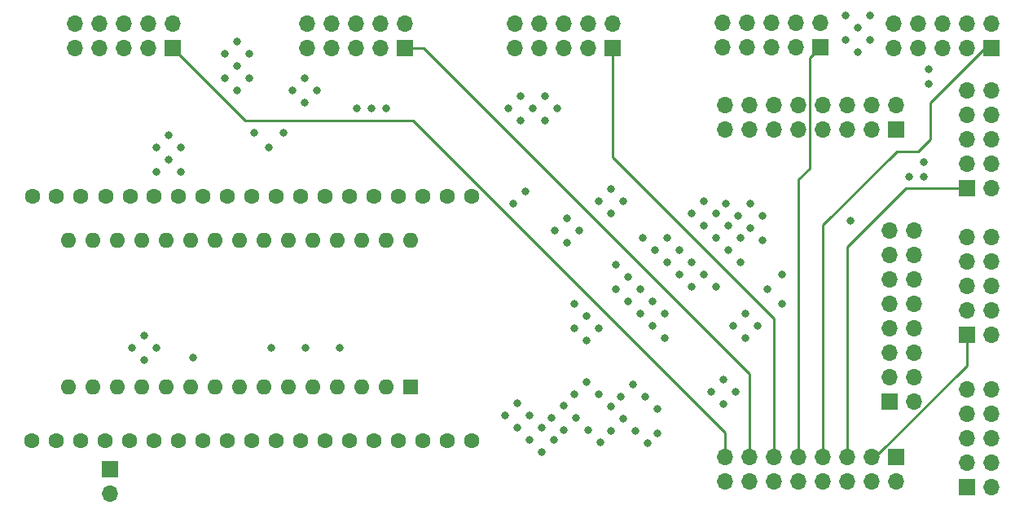
<source format=gbr>
%TF.GenerationSoftware,KiCad,Pcbnew,(6.0.5-0)*%
%TF.CreationDate,2022-06-29T18:32:03+01:00*%
%TF.ProjectId,revised_minh_design,72657669-7365-4645-9f6d-696e685f6465,rev?*%
%TF.SameCoordinates,Original*%
%TF.FileFunction,Copper,L4,Bot*%
%TF.FilePolarity,Positive*%
%FSLAX46Y46*%
G04 Gerber Fmt 4.6, Leading zero omitted, Abs format (unit mm)*
G04 Created by KiCad (PCBNEW (6.0.5-0)) date 2022-06-29 18:32:03*
%MOMM*%
%LPD*%
G01*
G04 APERTURE LIST*
%TA.AperFunction,ComponentPad*%
%ADD10R,1.700000X1.700000*%
%TD*%
%TA.AperFunction,ComponentPad*%
%ADD11O,1.700000X1.700000*%
%TD*%
%TA.AperFunction,ComponentPad*%
%ADD12C,1.600000*%
%TD*%
%TA.AperFunction,ComponentPad*%
%ADD13R,1.600000X1.600000*%
%TD*%
%TA.AperFunction,ComponentPad*%
%ADD14O,1.600000X1.600000*%
%TD*%
%TA.AperFunction,ViaPad*%
%ADD15C,0.800000*%
%TD*%
%TA.AperFunction,Conductor*%
%ADD16C,0.250000*%
%TD*%
G04 APERTURE END LIST*
D10*
%TO.P,J5,1,Pin_1*%
%TO.N,RX*%
X60198000Y-78105000D03*
D11*
%TO.P,J5,2,Pin_2*%
%TO.N,TX*%
X60198000Y-80645000D03*
%TD*%
D10*
%TO.P,J9,1,Pin_1*%
%TO.N,VoutF*%
X149225000Y-48895000D03*
D11*
%TO.P,J9,2,Pin_2*%
%TO.N,Earth*%
X151765000Y-48895000D03*
%TO.P,J9,3,Pin_3*%
%TO.N,unconnected-(J9-Pad3)*%
X149225000Y-46355000D03*
%TO.P,J9,4,Pin_4*%
%TO.N,Earth*%
X151765000Y-46355000D03*
%TO.P,J9,5,Pin_5*%
%TO.N,ADC2_5*%
X149225000Y-43815000D03*
%TO.P,J9,6,Pin_6*%
%TO.N,Earth*%
X151765000Y-43815000D03*
%TO.P,J9,7,Pin_7*%
%TO.N,ADC2_6*%
X149225000Y-41275000D03*
%TO.P,J9,8,Pin_8*%
%TO.N,Earth*%
X151765000Y-41275000D03*
%TO.P,J9,9,Pin_9*%
%TO.N,ENA6*%
X149225000Y-38735000D03*
%TO.P,J9,10,Pin_10*%
%TO.N,Earth*%
X151765000Y-38735000D03*
%TD*%
D10*
%TO.P,J3,1,Pin_1*%
%TO.N,ADC2_1*%
X141204000Y-71105000D03*
D11*
%TO.P,J3,2,Pin_2*%
%TO.N,Earth*%
X143744000Y-71105000D03*
%TO.P,J3,3,Pin_3*%
%TO.N,ADC2_2*%
X141204000Y-68565000D03*
%TO.P,J3,4,Pin_4*%
%TO.N,Earth*%
X143744000Y-68565000D03*
%TO.P,J3,5,Pin_5*%
%TO.N,ADC2_3*%
X141204000Y-66025000D03*
%TO.P,J3,6,Pin_6*%
%TO.N,Earth*%
X143744000Y-66025000D03*
%TO.P,J3,7,Pin_7*%
%TO.N,ADC2_4*%
X141204000Y-63485000D03*
%TO.P,J3,8,Pin_8*%
%TO.N,Earth*%
X143744000Y-63485000D03*
%TO.P,J3,9,Pin_9*%
%TO.N,ADC2_5*%
X141204000Y-60945000D03*
%TO.P,J3,10,Pin_10*%
%TO.N,Earth*%
X143744000Y-60945000D03*
%TO.P,J3,11,Pin_11*%
%TO.N,ADC2_6*%
X141204000Y-58405000D03*
%TO.P,J3,12,Pin_12*%
%TO.N,Earth*%
X143744000Y-58405000D03*
%TO.P,J3,13,Pin_13*%
%TO.N,ADC2_7*%
X141204000Y-55865000D03*
%TO.P,J3,14,Pin_14*%
%TO.N,Earth*%
X143744000Y-55865000D03*
%TO.P,J3,15,Pin_15*%
%TO.N,ADC2_8*%
X141204000Y-53325000D03*
%TO.P,J3,16,Pin_16*%
%TO.N,Earth*%
X143744000Y-53325000D03*
%TD*%
D10*
%TO.P,J10,1,Pin_1*%
%TO.N,VoutA*%
X66645000Y-34310000D03*
D11*
%TO.P,J10,2,Pin_2*%
%TO.N,Earth*%
X66645000Y-31770000D03*
%TO.P,J10,3,Pin_3*%
%TO.N,unconnected-(J10-Pad3)*%
X64105000Y-34310000D03*
%TO.P,J10,4,Pin_4*%
%TO.N,Earth*%
X64105000Y-31770000D03*
%TO.P,J10,5,Pin_5*%
%TO.N,ADC1_5*%
X61565000Y-34310000D03*
%TO.P,J10,6,Pin_6*%
%TO.N,Earth*%
X61565000Y-31770000D03*
%TO.P,J10,7,Pin_7*%
%TO.N,ADC1_6*%
X59025000Y-34310000D03*
%TO.P,J10,8,Pin_8*%
%TO.N,Earth*%
X59025000Y-31770000D03*
%TO.P,J10,9,Pin_9*%
%TO.N,ENA1*%
X56485000Y-34310000D03*
%TO.P,J10,10,Pin_10*%
%TO.N,Earth*%
X56485000Y-31770000D03*
%TD*%
D10*
%TO.P,J6,1,Pin_1*%
%TO.N,VoutD*%
X149205000Y-64105000D03*
D11*
%TO.P,J6,2,Pin_2*%
%TO.N,Earth*%
X151745000Y-64105000D03*
%TO.P,J6,3,Pin_3*%
%TO.N,unconnected-(J6-Pad3)*%
X149205000Y-61565000D03*
%TO.P,J6,4,Pin_4*%
%TO.N,Earth*%
X151745000Y-61565000D03*
%TO.P,J6,5,Pin_5*%
%TO.N,ADC2_3*%
X149205000Y-59025000D03*
%TO.P,J6,6,Pin_6*%
%TO.N,Earth*%
X151745000Y-59025000D03*
%TO.P,J6,7,Pin_7*%
%TO.N,ADC2_4*%
X149205000Y-56485000D03*
%TO.P,J6,8,Pin_8*%
%TO.N,Earth*%
X151745000Y-56485000D03*
%TO.P,J6,9,Pin_9*%
%TO.N,ENA7*%
X149205000Y-53945000D03*
%TO.P,J6,10,Pin_10*%
%TO.N,Earth*%
X151745000Y-53945000D03*
%TD*%
D10*
%TO.P,J12,1,Pin_1*%
%TO.N,VoutC*%
X90775000Y-34310000D03*
D11*
%TO.P,J12,2,Pin_2*%
%TO.N,Earth*%
X90775000Y-31770000D03*
%TO.P,J12,3,Pin_3*%
%TO.N,unconnected-(J12-Pad3)*%
X88235000Y-34310000D03*
%TO.P,J12,4,Pin_4*%
%TO.N,Earth*%
X88235000Y-31770000D03*
%TO.P,J12,5,Pin_5*%
%TO.N,ADC1_7*%
X85695000Y-34310000D03*
%TO.P,J12,6,Pin_6*%
%TO.N,Earth*%
X85695000Y-31770000D03*
%TO.P,J12,7,Pin_7*%
%TO.N,ADC1_8*%
X83155000Y-34310000D03*
%TO.P,J12,8,Pin_8*%
%TO.N,Earth*%
X83155000Y-31770000D03*
%TO.P,J12,9,Pin_9*%
%TO.N,ENA2*%
X80615000Y-34310000D03*
%TO.P,J12,10,Pin_10*%
%TO.N,Earth*%
X80615000Y-31770000D03*
%TD*%
D10*
%TO.P,J1,1,Pin_1*%
%TO.N,VoutB*%
X149205000Y-79980000D03*
D11*
%TO.P,J1,2,Pin_2*%
%TO.N,Earth*%
X151745000Y-79980000D03*
%TO.P,J1,3,Pin_3*%
%TO.N,unconnected-(J1-Pad3)*%
X149205000Y-77440000D03*
%TO.P,J1,4,Pin_4*%
%TO.N,Earth*%
X151745000Y-77440000D03*
%TO.P,J1,5,Pin_5*%
%TO.N,ADC2_1*%
X149205000Y-74900000D03*
%TO.P,J1,6,Pin_6*%
%TO.N,Earth*%
X151745000Y-74900000D03*
%TO.P,J1,7,Pin_7*%
%TO.N,ADC2_2*%
X149205000Y-72360000D03*
%TO.P,J1,8,Pin_8*%
%TO.N,Earth*%
X151745000Y-72360000D03*
%TO.P,J1,9,Pin_9*%
%TO.N,ENA8*%
X149205000Y-69820000D03*
%TO.P,J1,10,Pin_10*%
%TO.N,Earth*%
X151745000Y-69820000D03*
%TD*%
D10*
%TO.P,J2,1,Pin_1*%
%TO.N,ADC1_1*%
X141844000Y-42799000D03*
D11*
%TO.P,J2,2,Pin_2*%
%TO.N,Earth*%
X141844000Y-40259000D03*
%TO.P,J2,3,Pin_3*%
%TO.N,ADC1_2*%
X139304000Y-42799000D03*
%TO.P,J2,4,Pin_4*%
%TO.N,Earth*%
X139304000Y-40259000D03*
%TO.P,J2,5,Pin_5*%
%TO.N,ADC1_3*%
X136764000Y-42799000D03*
%TO.P,J2,6,Pin_6*%
%TO.N,Earth*%
X136764000Y-40259000D03*
%TO.P,J2,7,Pin_7*%
%TO.N,ADC1_4*%
X134224000Y-42799000D03*
%TO.P,J2,8,Pin_8*%
%TO.N,Earth*%
X134224000Y-40259000D03*
%TO.P,J2,9,Pin_9*%
%TO.N,ADC1_5*%
X131684000Y-42799000D03*
%TO.P,J2,10,Pin_10*%
%TO.N,Earth*%
X131684000Y-40259000D03*
%TO.P,J2,11,Pin_11*%
%TO.N,ADC1_6*%
X129144000Y-42799000D03*
%TO.P,J2,12,Pin_12*%
%TO.N,Earth*%
X129144000Y-40259000D03*
%TO.P,J2,13,Pin_13*%
%TO.N,ADC1_7*%
X126604000Y-42799000D03*
%TO.P,J2,14,Pin_14*%
%TO.N,Earth*%
X126604000Y-40259000D03*
%TO.P,J2,15,Pin_15*%
%TO.N,ADC1_8*%
X124064000Y-42799000D03*
%TO.P,J2,16,Pin_16*%
%TO.N,Earth*%
X124064000Y-40259000D03*
%TD*%
D10*
%TO.P,J8,1,Pin_1*%
%TO.N,VoutE*%
X112365000Y-34310000D03*
D11*
%TO.P,J8,2,Pin_2*%
%TO.N,Earth*%
X112365000Y-31770000D03*
%TO.P,J8,3,Pin_3*%
%TO.N,unconnected-(J8-Pad3)*%
X109825000Y-34310000D03*
%TO.P,J8,4,Pin_4*%
%TO.N,Earth*%
X109825000Y-31770000D03*
%TO.P,J8,5,Pin_5*%
%TO.N,ADC1_3*%
X107285000Y-34310000D03*
%TO.P,J8,6,Pin_6*%
%TO.N,Earth*%
X107285000Y-31770000D03*
%TO.P,J8,7,Pin_7*%
%TO.N,ADC1_4*%
X104745000Y-34310000D03*
%TO.P,J8,8,Pin_8*%
%TO.N,Earth*%
X104745000Y-31770000D03*
%TO.P,J8,9,Pin_9*%
%TO.N,ENA3*%
X102205000Y-34310000D03*
%TO.P,J8,10,Pin_10*%
%TO.N,Earth*%
X102205000Y-31770000D03*
%TD*%
D10*
%TO.P,J11,1,Pin_1*%
%TO.N,VoutH*%
X151735000Y-34310000D03*
D11*
%TO.P,J11,2,Pin_2*%
%TO.N,Earth*%
X151735000Y-31770000D03*
%TO.P,J11,3,Pin_3*%
%TO.N,unconnected-(J11-Pad3)*%
X149195000Y-34310000D03*
%TO.P,J11,4,Pin_4*%
%TO.N,Earth*%
X149195000Y-31770000D03*
%TO.P,J11,5,Pin_5*%
%TO.N,ADC2_7*%
X146655000Y-34310000D03*
%TO.P,J11,6,Pin_6*%
%TO.N,Earth*%
X146655000Y-31770000D03*
%TO.P,J11,7,Pin_7*%
%TO.N,ADC2_8*%
X144115000Y-34310000D03*
%TO.P,J11,8,Pin_8*%
%TO.N,Earth*%
X144115000Y-31770000D03*
%TO.P,J11,9,Pin_9*%
%TO.N,ENA5*%
X141575000Y-34310000D03*
%TO.P,J11,10,Pin_10*%
%TO.N,Earth*%
X141575000Y-31770000D03*
%TD*%
D10*
%TO.P,J7,1,Pin_1*%
%TO.N,VoutG*%
X133955000Y-34290000D03*
D11*
%TO.P,J7,2,Pin_2*%
%TO.N,Earth*%
X133955000Y-31750000D03*
%TO.P,J7,3,Pin_3*%
%TO.N,unconnected-(J7-Pad3)*%
X131415000Y-34290000D03*
%TO.P,J7,4,Pin_4*%
%TO.N,Earth*%
X131415000Y-31750000D03*
%TO.P,J7,5,Pin_5*%
%TO.N,ADC1_1*%
X128875000Y-34290000D03*
%TO.P,J7,6,Pin_6*%
%TO.N,Earth*%
X128875000Y-31750000D03*
%TO.P,J7,7,Pin_7*%
%TO.N,ADC1_2*%
X126335000Y-34290000D03*
%TO.P,J7,8,Pin_8*%
%TO.N,Earth*%
X126335000Y-31750000D03*
%TO.P,J7,9,Pin_9*%
%TO.N,ENA4*%
X123795000Y-34290000D03*
%TO.P,J7,10,Pin_10*%
%TO.N,Earth*%
X123795000Y-31750000D03*
%TD*%
D12*
%TO.P,U1,1,CLK*%
%TO.N,unconnected-(U1-Pad1)*%
X97785000Y-75184000D03*
%TO.P,U1,2,D0*%
%TO.N,unconnected-(U1-Pad2)*%
X95245000Y-75184000D03*
%TO.P,U1,3,D1*%
%TO.N,unconnected-(U1-Pad3)*%
X92705000Y-75184000D03*
%TO.P,U1,4,15*%
%TO.N,ENA8*%
X90165000Y-75184000D03*
%TO.P,U1,5,2*%
%TO.N,ENA7*%
X87625000Y-75184000D03*
%TO.P,U1,6,0*%
%TO.N,unconnected-(U1-Pad6)*%
X85085000Y-75184000D03*
%TO.P,U1,7,4*%
%TO.N,unconnected-(U1-Pad7)*%
X82545000Y-75184000D03*
%TO.P,U1,8,16*%
%TO.N,unconnected-(U1-Pad8)*%
X80005000Y-75184000D03*
%TO.P,U1,9,17*%
%TO.N,unconnected-(U1-Pad9)*%
X77465000Y-75184000D03*
%TO.P,U1,10,5*%
%TO.N,unconnected-(U1-Pad10)*%
X74925000Y-75184000D03*
%TO.P,U1,11,18*%
%TO.N,unconnected-(U1-Pad11)*%
X72385000Y-75184000D03*
%TO.P,U1,12,19*%
%TO.N,unconnected-(U1-Pad12)*%
X69845000Y-75184000D03*
%TO.P,U1,13,GND*%
%TO.N,Earth*%
X67305000Y-75184000D03*
%TO.P,U1,14,21*%
%TO.N,unconnected-(U1-Pad14)*%
X64765000Y-75184000D03*
%TO.P,U1,15,RX*%
%TO.N,unconnected-(U1-Pad15)*%
X62225000Y-75184000D03*
%TO.P,U1,16,TX*%
%TO.N,unconnected-(U1-Pad16)*%
X59685000Y-75184000D03*
%TO.P,U1,17,22*%
%TO.N,unconnected-(U1-Pad17)*%
X57145000Y-75184000D03*
%TO.P,U1,18,23*%
%TO.N,unconnected-(U1-Pad18)*%
X54605000Y-75184000D03*
%TO.P,U1,19,GND*%
%TO.N,Earth*%
X52065000Y-75184000D03*
%TO.P,U1,20,3V3*%
%TO.N,unconnected-(U1-Pad20)*%
X52102143Y-49789715D03*
%TO.P,U1,21,EN*%
%TO.N,unconnected-(U1-Pad21)*%
X54599014Y-49789715D03*
%TO.P,U1,22,VP*%
%TO.N,unconnected-(U1-Pad22)*%
X57145000Y-49784000D03*
%TO.P,U1,23,VN*%
%TO.N,unconnected-(U1-Pad23)*%
X59713572Y-49789715D03*
%TO.P,U1,24,34*%
%TO.N,ENA1*%
X62250715Y-49789715D03*
%TO.P,U1,25,35*%
%TO.N,unconnected-(U1-Pad25)*%
X64765000Y-49784000D03*
%TO.P,U1,26,32*%
%TO.N,unconnected-(U1-Pad26)*%
X67305000Y-49784000D03*
%TO.P,U1,27,33*%
%TO.N,unconnected-(U1-Pad27)*%
X69845000Y-49784000D03*
%TO.P,U1,28,25*%
%TO.N,ENA2*%
X72385000Y-49784000D03*
%TO.P,U1,29,26*%
%TO.N,ENA3*%
X74925000Y-49784000D03*
%TO.P,U1,30,27*%
%TO.N,ENA4*%
X77465000Y-49784000D03*
%TO.P,U1,31,14*%
%TO.N,unconnected-(U1-Pad31)*%
X80010715Y-49789715D03*
%TO.P,U1,32,12*%
%TO.N,unconnected-(U1-Pad32)*%
X82547858Y-49789715D03*
%TO.P,U1,33,GND*%
%TO.N,Earth*%
X85085000Y-49784000D03*
%TO.P,U1,34,13*%
%TO.N,unconnected-(U1-Pad34)*%
X87625000Y-49784000D03*
%TO.P,U1,35,D2*%
%TO.N,unconnected-(U1-Pad35)*%
X90165000Y-49784000D03*
%TO.P,U1,36,D3*%
%TO.N,unconnected-(U1-Pad36)*%
X92705000Y-49784000D03*
%TO.P,U1,37,CMD*%
%TO.N,unconnected-(U1-Pad37)*%
X95245000Y-49784000D03*
%TO.P,U1,38,5V*%
%TO.N,unconnected-(U1-Pad38)*%
X97785000Y-49784000D03*
%TD*%
D10*
%TO.P,J4,1,Pin_1*%
%TO.N,VoutB*%
X141859000Y-76835000D03*
D11*
%TO.P,J4,2,Pin_2*%
%TO.N,Earth*%
X141859000Y-79375000D03*
%TO.P,J4,3,Pin_3*%
%TO.N,VoutD*%
X139319000Y-76835000D03*
%TO.P,J4,4,Pin_4*%
%TO.N,Earth*%
X139319000Y-79375000D03*
%TO.P,J4,5,Pin_5*%
%TO.N,VoutF*%
X136779000Y-76835000D03*
%TO.P,J4,6,Pin_6*%
%TO.N,Earth*%
X136779000Y-79375000D03*
%TO.P,J4,7,Pin_7*%
%TO.N,VoutH*%
X134239000Y-76835000D03*
%TO.P,J4,8,Pin_8*%
%TO.N,Earth*%
X134239000Y-79375000D03*
%TO.P,J4,9,Pin_9*%
%TO.N,VoutG*%
X131699000Y-76835000D03*
%TO.P,J4,10,Pin_10*%
%TO.N,Earth*%
X131699000Y-79375000D03*
%TO.P,J4,11,Pin_11*%
%TO.N,VoutE*%
X129159000Y-76835000D03*
%TO.P,J4,12,Pin_12*%
%TO.N,Earth*%
X129159000Y-79375000D03*
%TO.P,J4,13,Pin_13*%
%TO.N,VoutC*%
X126619000Y-76835000D03*
%TO.P,J4,14,Pin_14*%
%TO.N,Earth*%
X126619000Y-79375000D03*
%TO.P,J4,15,Pin_15*%
%TO.N,VoutA*%
X124079000Y-76835000D03*
%TO.P,J4,16,Pin_16*%
%TO.N,Earth*%
X124079000Y-79375000D03*
%TD*%
D13*
%TO.P,A1,1,D1/TX*%
%TO.N,unconnected-(A1-Pad1)*%
X91440000Y-69596000D03*
D14*
%TO.P,A1,2,D0/RX*%
%TO.N,unconnected-(A1-Pad2)*%
X88900000Y-69596000D03*
%TO.P,A1,3,~{RESET}*%
%TO.N,unconnected-(A1-Pad3)*%
X86360000Y-69596000D03*
%TO.P,A1,4,GND*%
%TO.N,Earth*%
X83820000Y-69596000D03*
%TO.P,A1,5,D2*%
%TO.N,unconnected-(A1-Pad5)*%
X81280000Y-69596000D03*
%TO.P,A1,6,D3*%
%TO.N,unconnected-(A1-Pad6)*%
X78740000Y-69596000D03*
%TO.P,A1,7,D4*%
%TO.N,unconnected-(A1-Pad7)*%
X76200000Y-69596000D03*
%TO.P,A1,8,D5*%
%TO.N,ENA8*%
X73660000Y-69596000D03*
%TO.P,A1,9,D6*%
%TO.N,ENA7*%
X71120000Y-69596000D03*
%TO.P,A1,10,D7*%
%TO.N,ENA6*%
X68580000Y-69596000D03*
%TO.P,A1,11,D8*%
%TO.N,ENA5*%
X66040000Y-69596000D03*
%TO.P,A1,12,D9*%
%TO.N,unconnected-(A1-Pad12)*%
X63500000Y-69596000D03*
%TO.P,A1,13,D10*%
%TO.N,unconnected-(A1-Pad13)*%
X60960000Y-69596000D03*
%TO.P,A1,14,D11*%
%TO.N,unconnected-(A1-Pad14)*%
X58420000Y-69596000D03*
%TO.P,A1,15,D12*%
%TO.N,unconnected-(A1-Pad15)*%
X55880000Y-69596000D03*
%TO.P,A1,16,D13*%
%TO.N,unconnected-(A1-Pad16)*%
X55880000Y-54356000D03*
%TO.P,A1,17,3V3*%
%TO.N,unconnected-(A1-Pad17)*%
X58420000Y-54356000D03*
%TO.P,A1,18,AREF*%
%TO.N,unconnected-(A1-Pad18)*%
X60960000Y-54356000D03*
%TO.P,A1,19,A0*%
%TO.N,unconnected-(A1-Pad19)*%
X63500000Y-54356000D03*
%TO.P,A1,20,A1*%
%TO.N,unconnected-(A1-Pad20)*%
X66040000Y-54356000D03*
%TO.P,A1,21,A2*%
%TO.N,unconnected-(A1-Pad21)*%
X68580000Y-54356000D03*
%TO.P,A1,22,A3*%
%TO.N,ENA1*%
X71120000Y-54356000D03*
%TO.P,A1,23,A4*%
%TO.N,ENA2*%
X73660000Y-54356000D03*
%TO.P,A1,24,A5*%
%TO.N,ENA3*%
X76200000Y-54356000D03*
%TO.P,A1,25,A6*%
%TO.N,ENA4*%
X78740000Y-54356000D03*
%TO.P,A1,26,A7*%
%TO.N,unconnected-(A1-Pad26)*%
X81280000Y-54356000D03*
%TO.P,A1,27,+5V*%
%TO.N,unconnected-(A1-Pad27)*%
X83820000Y-54356000D03*
%TO.P,A1,28,~{RESET}*%
%TO.N,unconnected-(A1-Pad28)*%
X86360000Y-54356000D03*
%TO.P,A1,29,GND*%
%TO.N,Earth*%
X88900000Y-54356000D03*
%TO.P,A1,30,VIN*%
%TO.N,unconnected-(A1-Pad30)*%
X91440000Y-54356000D03*
%TD*%
D15*
%TO.N,Earth*%
X125476000Y-51816000D03*
X117856000Y-61976000D03*
X65024000Y-65532000D03*
X109855000Y-74041000D03*
X107315000Y-71501000D03*
X73406000Y-38735000D03*
X118110000Y-56642000D03*
X130048000Y-57912000D03*
X117094000Y-71882000D03*
X126746000Y-53086000D03*
X114808000Y-74168000D03*
X85852000Y-40640000D03*
X120650000Y-59182000D03*
X110998000Y-70358000D03*
X121920000Y-52832000D03*
X102489000Y-71247000D03*
X117856000Y-64516000D03*
X144780000Y-46228000D03*
X84074000Y-65532000D03*
X124968000Y-63246000D03*
X139192000Y-30988000D03*
X128016000Y-54356000D03*
X103378000Y-49276000D03*
X102489000Y-73787000D03*
X68834000Y-66548000D03*
X72136000Y-37465000D03*
X76962000Y-65532000D03*
X136652000Y-33528000D03*
X124460000Y-55372000D03*
X116586000Y-63246000D03*
X105410000Y-39370000D03*
X130048000Y-60960000D03*
X114554000Y-69342000D03*
X118110000Y-54102000D03*
X63754000Y-64262000D03*
X143256000Y-47752000D03*
X136652000Y-30988000D03*
X106426000Y-53340000D03*
X103759000Y-72517000D03*
X113538000Y-72898000D03*
X112776000Y-59436000D03*
X87376000Y-40640000D03*
X67564000Y-44704000D03*
X137160000Y-52324000D03*
X115316000Y-61976000D03*
X127508000Y-63246000D03*
X116078000Y-75438000D03*
X102870000Y-39370000D03*
X124206000Y-50546000D03*
X137922000Y-34798000D03*
X105029000Y-73787000D03*
X139192000Y-33528000D03*
X109728000Y-69088000D03*
X105029000Y-76327000D03*
X116586000Y-63246000D03*
X108458000Y-60960000D03*
X103759000Y-75057000D03*
X78232000Y-43180000D03*
X102870000Y-41910000D03*
X73406000Y-36195000D03*
X115824000Y-70612000D03*
X63754000Y-66802000D03*
X79121000Y-38735000D03*
X112268000Y-49022000D03*
X108966000Y-53340000D03*
X145288000Y-36576000D03*
X128524000Y-59436000D03*
X115570000Y-54102000D03*
X111125000Y-75311000D03*
X112776000Y-56896000D03*
X104140000Y-40640000D03*
X80391000Y-37465000D03*
X106045000Y-72771000D03*
X73406000Y-33655000D03*
X80518000Y-65532000D03*
X72136000Y-34925000D03*
X88900000Y-40640000D03*
X122682000Y-70104000D03*
X121920000Y-50292000D03*
X107696000Y-52070000D03*
X126238000Y-61976000D03*
X112268000Y-51562000D03*
X108585000Y-72771000D03*
X113284000Y-70612000D03*
X126746000Y-50546000D03*
X120650000Y-59182000D03*
X65024000Y-44704000D03*
X67564000Y-47244000D03*
X117094000Y-74422000D03*
X102108000Y-50546000D03*
X80391000Y-40005000D03*
X66294000Y-43434000D03*
X115316000Y-61976000D03*
X108458000Y-70358000D03*
X107696000Y-54610000D03*
X110998000Y-63500000D03*
X125222000Y-70104000D03*
X106680000Y-40640000D03*
X66294000Y-45974000D03*
X116586000Y-60706000D03*
X109728000Y-62230000D03*
X120650000Y-56642000D03*
X119380000Y-57912000D03*
X121920000Y-57912000D03*
X115316000Y-59436000D03*
X144780000Y-47752000D03*
X121920000Y-57912000D03*
X108458000Y-63500000D03*
X114046000Y-60706000D03*
X113538000Y-50292000D03*
X123952000Y-68834000D03*
X126238000Y-64516000D03*
X125730000Y-54102000D03*
X114046000Y-58166000D03*
X119380000Y-55372000D03*
X116840000Y-55372000D03*
X123190000Y-51562000D03*
X65024000Y-47244000D03*
X120650000Y-56642000D03*
X110998000Y-50292000D03*
X101600000Y-40640000D03*
X125730000Y-56642000D03*
X117856000Y-61976000D03*
X74676000Y-34925000D03*
X112268000Y-74168000D03*
X106299000Y-75057000D03*
X123952000Y-71374000D03*
X120650000Y-51562000D03*
X112268000Y-71628000D03*
X75184000Y-43180000D03*
X145288000Y-38100000D03*
X105410000Y-41910000D03*
X101219000Y-72517000D03*
X107315000Y-74041000D03*
X74676000Y-37465000D03*
X119380000Y-57912000D03*
X109728000Y-64770000D03*
X76708000Y-44704000D03*
X137922000Y-32258000D03*
X81661000Y-38735000D03*
X123190000Y-54102000D03*
X123190000Y-59182000D03*
X62484000Y-65532000D03*
X124460000Y-52832000D03*
X128016000Y-51816000D03*
%TD*%
D16*
%TO.N,VoutH*%
X145415000Y-40000000D02*
X151105000Y-34310000D01*
X134239000Y-52753022D02*
X141907022Y-45085000D01*
X145415000Y-43815000D02*
X145415000Y-40000000D01*
X134239000Y-76835000D02*
X134239000Y-52753022D01*
X144145000Y-45085000D02*
X145415000Y-43815000D01*
X141907022Y-45085000D02*
X144145000Y-45085000D01*
X151105000Y-34310000D02*
X151735000Y-34310000D01*
%TO.N,VoutG*%
X131699000Y-48006000D02*
X132858511Y-46846489D01*
X131699000Y-76835000D02*
X131699000Y-48006000D01*
X132858511Y-46846489D02*
X132858511Y-35386489D01*
X132858511Y-35386489D02*
X133955000Y-34290000D01*
%TO.N,VoutF*%
X149225000Y-48895000D02*
X142875000Y-48895000D01*
X142875000Y-48895000D02*
X136779000Y-54991000D01*
X136779000Y-54991000D02*
X136779000Y-76835000D01*
%TO.N,VoutE*%
X129159000Y-76835000D02*
X129159000Y-62484000D01*
X112365000Y-45690000D02*
X112365000Y-34310000D01*
X129159000Y-62484000D02*
X112365000Y-45690000D01*
%TO.N,VoutD*%
X149205000Y-67330000D02*
X149205000Y-64105000D01*
X139700000Y-76835000D02*
X149205000Y-67330000D01*
X139319000Y-76835000D02*
X139700000Y-76835000D01*
%TO.N,VoutC*%
X126619000Y-68199000D02*
X92730000Y-34310000D01*
X92730000Y-34310000D02*
X90775000Y-34310000D01*
X126619000Y-76835000D02*
X126619000Y-68199000D01*
%TO.N,VoutA*%
X124079000Y-76835000D02*
X124079000Y-74295000D01*
X74245000Y-41910000D02*
X66645000Y-34310000D01*
X124079000Y-74295000D02*
X91694000Y-41910000D01*
X91694000Y-41910000D02*
X74245000Y-41910000D01*
%TD*%
M02*

</source>
